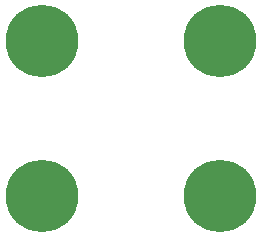
<source format=gbr>
%TF.GenerationSoftware,KiCad,Pcbnew,(6.0.2)*%
%TF.CreationDate,2022-04-19T13:44:58+01:00*%
%TF.ProjectId,1u-mult-panel,31752d6d-756c-4742-9d70-616e656c2e6b,rev?*%
%TF.SameCoordinates,Original*%
%TF.FileFunction,Soldermask,Bot*%
%TF.FilePolarity,Negative*%
%FSLAX46Y46*%
G04 Gerber Fmt 4.6, Leading zero omitted, Abs format (unit mm)*
G04 Created by KiCad (PCBNEW (6.0.2)) date 2022-04-19 13:44:58*
%MOMM*%
%LPD*%
G01*
G04 APERTURE LIST*
%ADD10C,6.135001*%
G04 APERTURE END LIST*
D10*
%TO.C,*%
X-7500000Y6524999D03*
%TD*%
%TO.C,*%
X7500000Y6524999D03*
%TD*%
%TO.C,*%
X-7500000Y-6575001D03*
%TD*%
%TO.C,*%
X7500000Y-6575001D03*
%TD*%
M02*

</source>
